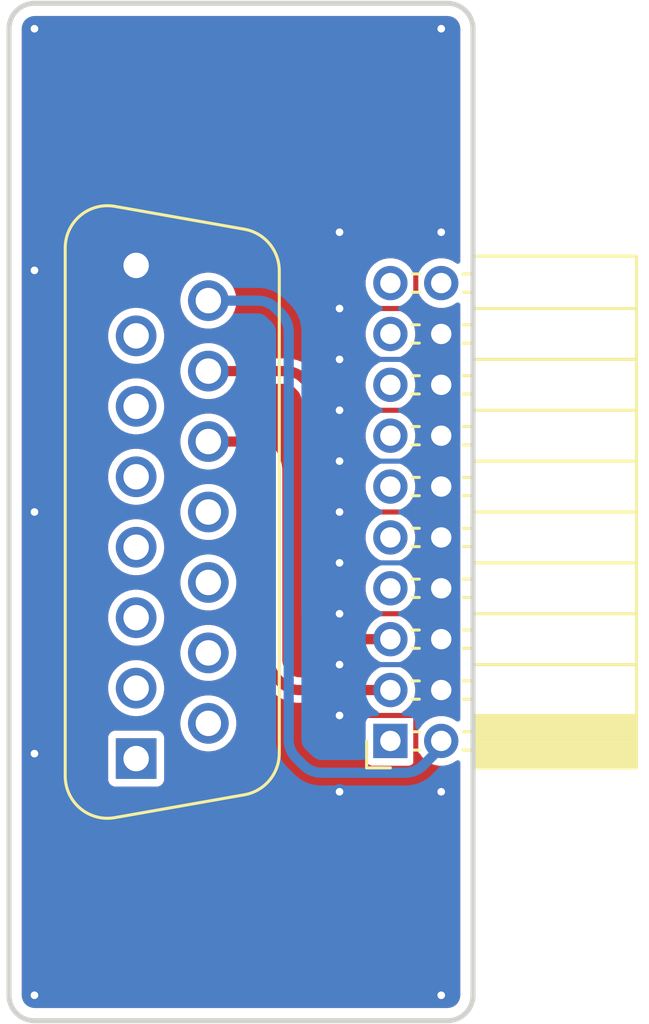
<source format=kicad_pcb>
(kicad_pcb (version 20241229) (generator "pcbnew") (generator_version "9.0")
  (layers (0 "F.Cu" signal) (2 "B.Cu" signal) (13 "F.Paste" user) (15 "B.Paste" user) (5 "F.SilkS" user "F.Silkscreen") (7 "B.SilkS" user "B.Silkscreen") (1 "F.Mask" user) (3 "B.Mask" user) (25 "Edge.Cuts" user))
  (net 0 "")
  (net 1 "GND")
  (net 2 "/SCL")
  (net 4 "/SDA")
  (net 8 "+3V3")
  (footprint "Connector_PinSocket_2.00mm:PinSocket_2x10_P2.00mm_Horizontal" (layer "F.Cu") (at 35 49 180)
    (property "Reference" "J1" (hide yes))
    (property "Value" "Conn_02x10_Counter_Odd_Even" (hide yes))
    (fp_line (start 0.935 -1.06) (end 0.935 0) (stroke (width 0.12)) (layer "F.SilkS"))
    (fp_line (start 0 -1.06) (end 0.935 -1.06) (stroke (width 0.12)) (layer "F.SilkS"))
    (fp_line (start -1.137083 18.36) (end -0.862917 18.36) (stroke (width 0.12)) (layer "F.SilkS"))
    (fp_line (start -1.137083 17.64) (end -0.862917 17.64) (stroke (width 0.12)) (layer "F.SilkS"))
    (fp_line (start -1.137083 16.36) (end -0.862917 16.36) (stroke (width 0.12)) (layer "F.SilkS"))
    (fp_line (start -1.137083 15.64) (end -0.862917 15.64) (stroke (width 0.12)) (layer "F.SilkS"))
    (fp_line (start -1.137083 14.36) (end -0.862917 14.36) (stroke (width 0.12)) (layer "F.SilkS"))
    (fp_line (start -1.137083 13.64) (end -0.862917 13.64) (stroke (width 0.12)) (layer "F.SilkS"))
    (fp_line (start -1.137083 12.36) (end -0.862917 12.36) (stroke (width 0.12)) (layer "F.SilkS"))
    (fp_line (start -1.137083 11.64) (end -0.862917 11.64) (stroke (width 0.12)) (layer "F.SilkS"))
    (fp_line (start -1.137083 10.36) (end -0.862917 10.36) (stroke (width 0.12)) (layer "F.SilkS"))
    (fp_line (start -1.137083 9.64) (end -0.862917 9.64) (stroke (width 0.12)) (layer "F.SilkS"))
    (fp_line (start -1.137083 8.36) (end -0.862917 8.36) (stroke (width 0.12)) (layer "F.SilkS"))
    (fp_line (start -1.137083 7.64) (end -0.862917 7.64) (stroke (width 0.12)) (layer "F.SilkS"))
    (fp_line (start -1.137083 6.36) (end -0.862917 6.36) (stroke (width 0.12)) (layer "F.SilkS"))
    (fp_line (start -1.137083 5.64) (end -0.862917 5.64) (stroke (width 0.12)) (layer "F.SilkS"))
    (fp_line (start -1.137083 4.36) (end -0.862917 4.36) (stroke (width 0.12)) (layer "F.SilkS"))
    (fp_line (start -1.137083 3.64) (end -0.862917 3.64) (stroke (width 0.12)) (layer "F.SilkS"))
    (fp_line (start -1.137083 2.36) (end -0.862917 2.36) (stroke (width 0.12)) (layer "F.SilkS"))
    (fp_line (start -1.137083 1.64) (end -0.862917 1.64) (stroke (width 0.12)) (layer "F.SilkS"))
    (fp_line (start -1.137083 0.36) (end -0.935 0.36) (stroke (width 0.12)) (layer "F.SilkS"))
    (fp_line (start -1.137083 -0.36) (end -0.935 -0.36) (stroke (width 0.12)) (layer "F.SilkS"))
    (fp_line (start -3.21 18.36) (end -2.862917 18.36) (stroke (width 0.12)) (layer "F.SilkS"))
    (fp_line (start -3.21 17.64) (end -2.862917 17.64) (stroke (width 0.12)) (layer "F.SilkS"))
    (fp_line (start -3.21 16.36) (end -2.862917 16.36) (stroke (width 0.12)) (layer "F.SilkS"))
    (fp_line (start -3.21 15.64) (end -2.862917 15.64) (stroke (width 0.12)) (layer "F.SilkS"))
    (fp_line (start -3.21 14.36) (end -2.862917 14.36) (stroke (width 0.12)) (layer "F.SilkS"))
    (fp_line (start -3.21 13.64) (end -2.862917 13.64) (stroke (width 0.12)) (layer "F.SilkS"))
    (fp_line (start -3.21 12.36) (end -2.862917 12.36) (stroke (width 0.12)) (layer "F.SilkS"))
    (fp_line (start -3.21 11.64) (end -2.862917 11.64) (stroke (width 0.12)) (layer "F.SilkS"))
    (fp_line (start -3.21 10.36) (end -2.862917 10.36) (stroke (width 0.12)) (layer "F.SilkS"))
    (fp_line (start -3.21 9.64) (end -2.862917 9.64) (stroke (width 0.12)) (layer "F.SilkS"))
    (fp_line (start -3.21 8.36) (end -2.862917 8.36) (stroke (width 0.12)) (layer "F.SilkS"))
    (fp_line (start -3.21 7.64) (end -2.862917 7.64) (stroke (width 0.12)) (layer "F.SilkS"))
    (fp_line (start -3.21 6.36) (end -2.862917 6.36) (stroke (width 0.12)) (layer "F.SilkS"))
    (fp_line (start -3.21 5.64) (end -2.862917 5.64) (stroke (width 0.12)) (layer "F.SilkS"))
    (fp_line (start -3.21 4.36) (end -2.862917 4.36) (stroke (width 0.12)) (layer "F.SilkS"))
    (fp_line (start -3.21 3.64) (end -2.862917 3.64) (stroke (width 0.12)) (layer "F.SilkS"))
    (fp_line (start -3.21 2.36) (end -2.862917 2.36) (stroke (width 0.12)) (layer "F.SilkS"))
    (fp_line (start -3.21 1.64) (end -2.862917 1.64) (stroke (width 0.12)) (layer "F.SilkS"))
    (fp_line (start -3.21 0.36) (end -2.862917 0.36) (stroke (width 0.12)) (layer "F.SilkS"))
    (fp_line (start -3.21 -0.36) (end -2.862917 -0.36) (stroke (width 0.12)) (layer "F.SilkS"))
    (fp_line (start -3.21 -1.06) (end -3.21 19.06) (stroke (width 0.12)) (layer "F.SilkS"))
    (fp_line (start -9.68 19.06) (end -3.21 19.06) (stroke (width 0.12)) (layer "F.SilkS"))
    (fp_line (start -9.68 17) (end -3.21 17) (stroke (width 0.12)) (layer "F.SilkS"))
    (fp_line (start -9.68 15) (end -3.21 15) (stroke (width 0.12)) (layer "F.SilkS"))
    (fp_line (start -9.68 13) (end -3.21 13) (stroke (width 0.12)) (layer "F.SilkS"))
    (fp_line (start -9.68 11) (end -3.21 11) (stroke (width 0.12)) (layer "F.SilkS"))
    (fp_line (start -9.68 9) (end -3.21 9) (stroke (width 0.12)) (layer "F.SilkS"))
    (fp_line (start -9.68 7) (end -3.21 7) (stroke (width 0.12)) (layer "F.SilkS"))
    (fp_line (start -9.68 5) (end -3.21 5) (stroke (width 0.12)) (layer "F.SilkS"))
    (fp_line (start -9.68 3) (end -3.21 3) (stroke (width 0.12)) (layer "F.SilkS"))
    (fp_line (start -9.68 1) (end -3.21 1) (stroke (width 0.12)) (layer "F.SilkS"))
    (fp_line (start -9.68 0.885888) (end -3.21 0.885888) (stroke (width 0.12)) (layer "F.SilkS"))
    (fp_line (start -9.68 0.77177) (end -3.21 0.77177) (stroke (width 0.12)) (layer "F.SilkS"))
    (fp_line (start -9.68 0.657652) (end -3.21 0.657652) (stroke (width 0.12)) (layer "F.SilkS"))
    (fp_line (start -9.68 0.543534) (end -3.21 0.543534) (stroke (width 0.12)) (layer "F.SilkS"))
    (fp_line (start -9.68 0.429416) (end -3.21 0.429416) (stroke (width 0.12)) (layer "F.SilkS"))
    (fp_line (start -9.68 0.315298) (end -3.21 0.315298) (stroke (width 0.12)) (layer "F.SilkS"))
    (fp_line (start -9.68 0.20118) (end -3.21 0.20118) (stroke (width 0.12)) (layer "F.SilkS"))
    (fp_line (start -9.68 0.087062) (end -3.21 0.087062) (stroke (width 0.12)) (layer "F.SilkS"))
    (fp_line (start -9.68 -0.027056) (end -3.21 -0.027056) (stroke (width 0.12)) (layer "F.SilkS"))
    (fp_line (start -9.68 -0.141174) (end -3.21 -0.141174) (stroke (width 0.12)) (layer "F.SilkS"))
    (fp_line (start -9.68 -0.255292) (end -3.21 -0.255292) (stroke (width 0.12)) (layer "F.SilkS"))
    (fp_line (start -9.68 -0.36941) (end -3.21 -0.36941) (stroke (width 0.12)) (layer "F.SilkS"))
    (fp_line (start -9.68 -0.483528) (end -3.21 -0.483528) (stroke (width 0.12)) (layer "F.SilkS"))
    (fp_line (start -9.68 -0.597646) (end -3.21 -0.597646) (stroke (width 0.12)) (layer "F.SilkS"))
    (fp_line (start -9.68 -0.711764) (end -3.21 -0.711764) (stroke (width 0.12)) (layer "F.SilkS"))
    (fp_line (start -9.68 -0.825882) (end -3.21 -0.825882) (stroke (width 0.12)) (layer "F.SilkS"))
    (fp_line (start -9.68 -0.94) (end -3.21 -0.94) (stroke (width 0.12)) (layer "F.SilkS"))
    (fp_line (start -9.68 -1.06) (end -3.21 -1.06) (stroke (width 0.12)) (layer "F.SilkS"))
    (fp_line (start -9.68 -1.06) (end -9.68 19.06) (stroke (width 0.12)) (layer "F.SilkS"))
    (pad "1" thru_hole rect (at 0 0 180) (size 1.35 1.35) (drill 0.8) (layers "*.Cu" "*.Mask"))
    (pad "2" thru_hole circle (at -2 0 180) (size 1.35 1.35) (drill 0.8) (layers "*.Cu" "*.Mask") (net 8 "+3V3"))
    (pad "3" thru_hole circle (at 0 2 180) (size 1.35 1.35) (drill 0.8) (layers "*.Cu" "*.Mask") (net 2 "/SCL"))
    (pad "4" thru_hole circle (at -2 2 180) (size 1.35 1.35) (drill 0.8) (layers "*.Cu" "*.Mask") (net 1 "GND"))
    (pad "5" thru_hole circle (at 0 4 180) (size 1.35 1.35) (drill 0.8) (layers "*.Cu" "*.Mask") (net 4 "/SDA"))
    (pad "6" thru_hole circle (at -2 4 180) (size 1.35 1.35) (drill 0.8) (layers "*.Cu" "*.Mask") (net 1 "GND"))
    (pad "7" thru_hole circle (at 0 6 180) (size 1.35 1.35) (drill 0.8) (layers "*.Cu" "*.Mask"))
    (pad "8" thru_hole circle (at -2 6 180) (size 1.35 1.35) (drill 0.8) (layers "*.Cu" "*.Mask") (net 1 "GND"))
    (pad "9" thru_hole circle (at 0 8 180) (size 1.35 1.35) (drill 0.8) (layers "*.Cu" "*.Mask"))
    (pad "10" thru_hole circle (at -2 8 180) (size 1.35 1.35) (drill 0.8) (layers "*.Cu" "*.Mask") (net 1 "GND"))
    (pad "11" thru_hole circle (at 0 10 180) (size 1.35 1.35) (drill 0.8) (layers "*.Cu" "*.Mask"))
    (pad "12" thru_hole circle (at -2 10 180) (size 1.35 1.35) (drill 0.8) (layers "*.Cu" "*.Mask") (net 1 "GND"))
    (pad "13" thru_hole circle (at 0 12 180) (size 1.35 1.35) (drill 0.8) (layers "*.Cu" "*.Mask"))
    (pad "14" thru_hole circle (at -2 12 180) (size 1.35 1.35) (drill 0.8) (layers "*.Cu" "*.Mask") (net 1 "GND"))
    (pad "15" thru_hole circle (at 0 14 180) (size 1.35 1.35) (drill 0.8) (layers "*.Cu" "*.Mask"))
    (pad "16" thru_hole circle (at -2 14 180) (size 1.35 1.35) (drill 0.8) (layers "*.Cu" "*.Mask") (net 1 "GND"))
    (pad "17" thru_hole circle (at 0 16 180) (size 1.35 1.35) (drill 0.8) (layers "*.Cu" "*.Mask"))
    (pad "18" thru_hole circle (at -2 16 180) (size 1.35 1.35) (drill 0.8) (layers "*.Cu" "*.Mask") (net 1 "GND"))
    (pad "19" thru_hole circle (at 0 18 180) (size 1.35 1.35) (drill 0.8) (layers "*.Cu" "*.Mask"))
    (pad "20" thru_hole circle (at -2 18 180) (size 1.35 1.35) (drill 0.8) (layers "*.Cu" "*.Mask"))
  )
  (footprint "Connector_Dsub:DSUB-15_Pins_Vertical_P2.77x2.84mm" (layer "F.Cu") (at 25 49.695 90)
    (property "Reference" "J2" (hide yes))
    (property "Value" "DA15_Pins" (hide yes))
    (fp_line (start -0.686689 -2.79) (end 20.076689 -2.79) (stroke (width 0.12)) (layer "F.SilkS"))
    (fp_line (start 21.71147 -0.841744) (end 20.812202 4.258256) (stroke (width 0.12)) (layer "F.SilkS"))
    (fp_line (start -1.422202 4.258256) (end -2.32147 -0.841744) (stroke (width 0.12)) (layer "F.SilkS"))
    (fp_line (start 19.177421 5.63) (end 0.212579 5.63) (stroke (width 0.12)) (layer "F.SilkS"))
    (fp_arc (start 20.076689 -2.79) (mid 21.348323 -2.197027) (end 21.71147 -0.841744) (stroke (width 0.12)) (layer "F.SilkS"))
    (fp_arc (start -2.32147 -0.841744) (mid -1.958323 -2.197027) (end -0.686689 -2.79) (stroke (width 0.12)) (layer "F.SilkS"))
    (fp_arc (start 20.812202 4.258256) (mid 20.244449 5.241634) (end 19.177421 5.63) (stroke (width 0.12)) (layer "F.SilkS"))
    (fp_arc (start 0.212579 5.63) (mid -0.854449 5.241634) (end -1.422202 4.258256) (stroke (width 0.12)) (layer "F.SilkS"))
    (pad "1" thru_hole rect (at 0 0 90) (size 1.6 1.6) (drill 1) (layers "*.Cu" "*.Mask"))
    (pad "2" thru_hole circle (at 2.77 0 90) (size 1.6 1.6) (drill 1) (layers "*.Cu" "*.Mask"))
    (pad "3" thru_hole circle (at 5.54 0 90) (size 1.6 1.6) (drill 1) (layers "*.Cu" "*.Mask"))
    (pad "4" thru_hole circle (at 8.31 0 90) (size 1.6 1.6) (drill 1) (layers "*.Cu" "*.Mask"))
    (pad "5" thru_hole circle (at 11.08 0 90) (size 1.6 1.6) (drill 1) (layers "*.Cu" "*.Mask"))
    (pad "6" thru_hole circle (at 13.85 0 90) (size 1.6 1.6) (drill 1) (layers "*.Cu" "*.Mask"))
    (pad "7" thru_hole circle (at 16.62 0 90) (size 1.6 1.6) (drill 1) (layers "*.Cu" "*.Mask"))
    (pad "8" thru_hole circle (at 19.39 0 90) (size 1.6 1.6) (drill 1) (layers "*.Cu" "*.Mask") (net 1 "GND"))
    (pad "9" thru_hole circle (at 1.385 2.84 90) (size 1.6 1.6) (drill 1) (layers "*.Cu" "*.Mask"))
    (pad "10" thru_hole circle (at 4.155 2.84 90) (size 1.6 1.6) (drill 1) (layers "*.Cu" "*.Mask"))
    (pad "11" thru_hole circle (at 6.925 2.84 90) (size 1.6 1.6) (drill 1) (layers "*.Cu" "*.Mask"))
    (pad "12" thru_hole circle (at 9.695 2.84 90) (size 1.6 1.6) (drill 1) (layers "*.Cu" "*.Mask"))
    (pad "13" thru_hole circle (at 12.465 2.84 90) (size 1.6 1.6) (drill 1) (layers "*.Cu" "*.Mask") (net 2 "/SCL"))
    (pad "14" thru_hole circle (at 15.235 2.84 90) (size 1.6 1.6) (drill 1) (layers "*.Cu" "*.Mask") (net 4 "/SDA"))
    (pad "15" thru_hole circle (at 18.005 2.84 90) (size 1.6 1.6) (drill 1) (layers "*.Cu" "*.Mask") (net 8 "+3V3"))
  )
  (gr_arc (start 20 21) (mid 20.292893 20.292893) (end 21 20) (stroke (width 0.2)) (layer "Edge.Cuts"))
  (gr_line (start 38.25 21) (end 38.25 59) (stroke (width 0.2)) (layer "Edge.Cuts"))
  (gr_arc (start 21 60) (mid 20.292893 59.707107) (end 20 59) (stroke (width 0.2)) (layer "Edge.Cuts"))
  (gr_line (start 37.25 60) (end 21 60) (stroke (width 0.2)) (layer "Edge.Cuts"))
  (gr_arc (start 38.25 59) (mid 37.957107 59.707107) (end 37.25 60) (stroke (width 0.2)) (layer "Edge.Cuts"))
  (gr_line (start 21 20) (end 37.25 20) (stroke (width 0.2)) (layer "Edge.Cuts"))
  (gr_line (start 20 59) (end 20 21) (stroke (width 0.2)) (layer "Edge.Cuts"))
  (gr_arc (start 37.25 20) (mid 37.957107 20.292893) (end 38.25 21) (stroke (width 0.2)) (layer "Edge.Cuts"))
  (segment (start 37 39) (end 37 40) (width 0.2) (layer "F.Cu") (net 1))
  (segment (start 37 36) (end 33 36) (width 0.2) (layer "F.Cu") (net 1))
  (segment (start 33 48) (end 36 48) (width 0.2) (layer "F.Cu") (net 1))
  (segment (start 37 40) (end 33 40) (width 0.2) (layer "F.Cu") (net 1))
  (segment (start 21 21) (end 21 30) (width 0.2) (layer "F.Cu") (net 1))
  (segment (start 36 30) (end 37 29) (width 0.2) (layer "F.Cu") (net 1))
  (segment (start 36 32) (end 33 32) (width 0.2) (layer "F.Cu") (net 1))
  (segment (start 33 29) (end 33 32) (width 0.2) (layer "F.Cu") (net 1))
  (segment (start 36 48) (end 36 50) (width 0.2) (layer "F.Cu") (net 1))
  (segment (start 37 29) (end 37 21) (width 0.2) (layer "F.Cu") (net 1))
  (segment (start 21 59) (end 37 59) (width 0.2) (layer "F.Cu") (net 1))
  (segment (start 26.305 29) (end 25 30.305) (width 0.2) (layer "F.Cu") (net 1))
  (segment (start 33 29) (end 26.305 29) (width 0.2) (layer "F.Cu") (net 1))
  (segment (start 37 43) (end 37 44) (width 0.2) (layer "F.Cu") (net 1))
  (segment (start 37 44) (end 37 45) (width 0.2) (layer "F.Cu") (net 1))
  (segment (start 33 29) (end 37 29) (width 0.2) (layer "F.Cu") (net 1))
  (segment (start 33 51) (end 37 51) (width 0.2) (layer "F.Cu") (net 1))
  (segment (start 37 40) (end 37 41) (width 0.2) (layer "F.Cu") (net 1))
  (segment (start 37 35) (end 37 36) (width 0.2) (layer "F.Cu") (net 1))
  (segment (start 37 44) (end 33 44) (width 0.2) (layer "F.Cu") (net 1))
  (segment (start 36 50) (end 37 51) (width 0.2) (layer "F.Cu") (net 1))
  (segment (start 36 48) (end 37 47) (width 0.2) (layer "F.Cu") (net 1))
  (segment (start 37 36) (end 37 37) (width 0.2) (layer "F.Cu") (net 1))
  (segment (start 21 49.5) (end 21 59) (width 0.2) (layer "F.Cu") (net 1))
  (segment (start 21 40) (end 21 49.5) (width 0.2) (layer "F.Cu") (net 1))
  (segment (start 37 59) (end 37 51) (width 0.2) (layer "F.Cu") (net 1))
  (segment (start 37 33) (end 36 32) (width 0.2) (layer "F.Cu") (net 1))
  (segment (start 21 30) (end 21 40) (width 0.2) (layer "F.Cu") (net 1))
  (segment (start 36 32) (end 36 30) (width 0.2) (layer "F.Cu") (net 1))
  (segment (start 21 30) (end 21 30.5) (width 0.2) (layer "F.Cu") (net 1))
  (segment (start 37 21) (end 21 21) (width 0.2) (layer "F.Cu") (net 1))
  (via (at 33 46) (size 0.6) (drill 0.3) (layers "F.Cu" "B.Cu") (net 1))
  (via (at 21 40) (size 0.6) (drill 0.3) (layers "F.Cu" "B.Cu") (net 1))
  (via (at 37 59) (size 0.6) (drill 0.3) (layers "F.Cu" "B.Cu") (net 1))
  (via (at 33 29) (size 0.6) (drill 0.3) (layers "F.Cu" "B.Cu") (net 1))
  (via (at 33 51) (size 0.6) (drill 0.3) (layers "F.Cu" "B.Cu") (net 1))
  (via (at 33 36) (size 0.6) (drill 0.3) (layers "F.Cu" "B.Cu") (net 1))
  (via (at 21 21) (size 0.6) (drill 0.3) (layers "F.Cu" "B.Cu") (net 1))
  (via (at 33 40) (size 0.6) (drill 0.3) (layers "F.Cu" "B.Cu") (net 1))
  (via (at 33 48) (size 0.6) (drill 0.3) (layers "F.Cu" "B.Cu") (net 1))
  (via (at 33 44) (size 0.6) (drill 0.3) (layers "F.Cu" "B.Cu") (net 1))
  (via (at 33 38) (size 0.6) (drill 0.3) (layers "F.Cu" "B.Cu") (net 1))
  (via (at 37 51) (size 0.6) (drill 0.3) (layers "F.Cu" "B.Cu") (net 1))
  (via (at 21 59) (size 0.6) (drill 0.3) (layers "F.Cu" "B.Cu") (net 1))
  (via (at 21 30.5) (size 0.6) (drill 0.3) (layers "F.Cu" "B.Cu") (net 1))
  (via (at 33 42) (size 0.6) (drill 0.3) (layers "F.Cu" "B.Cu") (net 1))
  (via (at 37 29) (size 0.6) (drill 0.3) (layers "F.Cu" "B.Cu") (net 1))
  (via (at 33 34) (size 0.6) (drill 0.3) (layers "F.Cu" "B.Cu") (net 1))
  (via (at 37 21) (size 0.6) (drill 0.3) (layers "F.Cu" "B.Cu") (net 1))
  (via (at 33 32) (size 0.6) (drill 0.3) (layers "F.Cu" "B.Cu") (net 1))
  (via (at 21 49.5) (size 0.6) (drill 0.3) (layers "F.Cu" "B.Cu") (net 1))
  (segment (start 37 42) (end 33 42) (width 0.2) (layer "B.Cu") (net 1))
  (segment (start 37 39) (end 37 38) (width 0.2) (layer "B.Cu") (net 1))
  (segment (start 37 38) (end 33 38) (width 0.2) (layer "B.Cu") (net 1))
  (segment (start 37 42) (end 37 43) (width 0.2) (layer "B.Cu") (net 1))
  (segment (start 37 34) (end 37 35) (width 0.2) (layer "B.Cu") (net 1))
  (segment (start 37 46) (end 33 46) (width 0.2) (layer "B.Cu") (net 1))
  (segment (start 37 38) (end 37 37) (width 0.2) (layer "B.Cu") (net 1))
  (segment (start 37 34) (end 33 34) (width 0.2) (layer "B.Cu") (net 1))
  (segment (start 37 33) (end 37 34) (width 0.2) (layer "B.Cu") (net 1))
  (segment (start 37 46) (end 37 47) (width 0.2) (layer "B.Cu") (net 1))
  (segment (start 37 41) (end 37 42) (width 0.2) (layer "B.Cu") (net 1))
  (segment (start 37 45) (end 37 46) (width 0.2) (layer "B.Cu") (net 1))
  (segment (start 27.84 37.23) (end 29.065786 37.23) (width 0.4) (layer "F.Cu") (net 2))
  (segment (start 31.414214 47) (end 35 47) (width 0.4) (layer "F.Cu") (net 2))
  (segment (start 30.542893 46.542893) (end 30.707107 46.707107) (width 0.4) (layer "F.Cu") (net 2))
  (segment (start 29.772893 37.522893) (end 29.957107 37.707107) (width 0.4) (layer "F.Cu") (net 2))
  (segment (start 30.25 38.414214) (end 30.25 45.835786) (width 0.4) (layer "F.Cu") (net 2))
  (arc (start 29.772893 37.522893) (mid 29.44847 37.30612) (end 29.065786 37.23) (width 0.4) (layer "F.Cu") (net 2))
  (arc (start 30.25 45.835786) (mid 30.32612 46.218469) (end 30.542893 46.542893) (width 0.4) (layer "F.Cu") (net 2))
  (arc (start 31.414214 47) (mid 31.031531 46.92388) (end 30.707107 46.707107) (width 0.4) (layer "F.Cu") (net 2))
  (arc (start 29.957107 37.707107) (mid 30.17388 38.03153) (end 30.25 38.414214) (width 0.4) (layer "F.Cu") (net 2))
  (segment (start 32.292893 44.542893) (end 32.457107 44.707107) (width 0.4) (layer "F.Cu") (net 4))
  (segment (start 31.576309 34.752893) (end 31.707107 34.883691) (width 0.4) (layer "F.Cu") (net 4))
  (segment (start 27.84 34.46) (end 30.869202 34.46) (width 0.4) (layer "F.Cu") (net 4))
  (segment (start 32 35.590798) (end 32 43.835786) (width 0.4) (layer "F.Cu") (net 4))
  (segment (start 33.164214 45) (end 35 45) (width 0.4) (layer "F.Cu") (net 4))
  (arc (start 32.457107 44.707107) (mid 32.78153 44.92388) (end 33.164214 45) (width 0.4) (layer "F.Cu") (net 4))
  (arc (start 31.707107 34.883691) (mid 31.92388 35.208115) (end 32 35.590798) (width 0.4) (layer "F.Cu") (net 4))
  (arc (start 30.869202 34.46) (mid 31.251886 34.53612) (end 31.576309 34.752893) (width 0.4) (layer "F.Cu") (net 4))
  (arc (start 32 43.835786) (mid 32.07612 44.218469) (end 32.292893 44.542893) (width 0.4) (layer "F.Cu") (net 4))
  (segment (start 36.292893 49.957107) (end 37 49.25) (width 0.4) (layer "B.Cu") (net 8))
  (segment (start 31 32.914214) (end 31 48.960786) (width 0.4) (layer "B.Cu") (net 8))
  (segment (start 37 49.25) (end 37 49) (width 0.4) (layer "B.Cu") (net 8))
  (segment (start 30.482893 31.982893) (end 30.707107 32.207107) (width 0.4) (layer "B.Cu") (net 8))
  (segment (start 32.289214 50.25) (end 35.585786 50.25) (width 0.4) (layer "B.Cu") (net 8))
  (segment (start 27.84 31.69) (end 29.775786 31.69) (width 0.4) (layer "B.Cu") (net 8))
  (segment (start 31.292893 49.667893) (end 31.582107 49.957107) (width 0.4) (layer "B.Cu") (net 8))
  (arc (start 35.585786 50.25) (mid 35.968469 50.17388) (end 36.292893 49.957107) (width 0.4) (layer "B.Cu") (net 8))
  (arc (start 31 48.960786) (mid 31.07612 49.34347) (end 31.292893 49.667893) (width 0.4) (layer "B.Cu") (net 8))
  (arc (start 29.775786 31.69) (mid 30.158469 31.76612) (end 30.482893 31.982893) (width 0.4) (layer "B.Cu") (net 8))
  (arc (start 30.707107 32.207107) (mid 30.92388 32.53153) (end 31 32.914214) (width 0.4) (layer "B.Cu") (net 8))
  (arc (start 31.582107 49.957107) (mid 31.90653 50.17388) (end 32.289214 50.25) (width 0.4) (layer "B.Cu") (net 8))
  (zone (net 1) (net_name "GND") (layers "F.Cu" "B.Cu") (connect_pads yes (clearance 0.3)) (min_thickness 0.2) (fill yes (thermal_gap 0.5) (thermal_bridge_width 0.5))
    (polygon (pts (xy 20 20) (xy 38 20) (xy 38 60) (xy 20 60)))
  )
)
</source>
